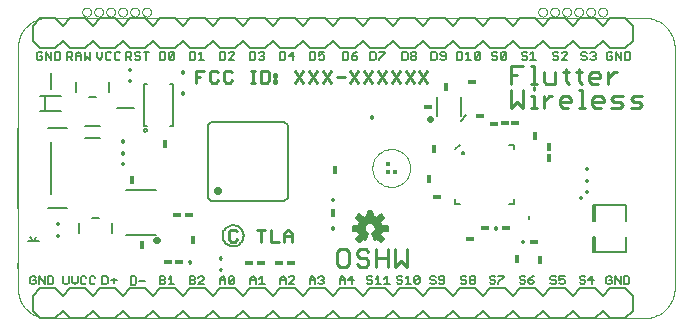
<source format=gto>
G75*
%MOIN*%
%OFA0B0*%
%FSLAX24Y24*%
%IPPOS*%
%LPD*%
%AMOC8*
5,1,8,0,0,1.08239X$1,22.5*
%
%ADD10C,0.0000*%
%ADD11R,0.0010X0.0010*%
%ADD12C,0.0110*%
%ADD13C,0.0050*%
%ADD14C,0.0100*%
%ADD15R,0.0280X0.0118*%
%ADD16R,0.0118X0.0280*%
%ADD17R,0.0100X0.0118*%
%ADD18C,0.0240*%
%ADD19C,0.0080*%
%ADD20C,0.0278*%
%ADD21C,0.0059*%
%ADD22R,0.0157X0.0157*%
D10*
X008945Y004015D02*
X008945Y012015D01*
X008947Y012075D01*
X008952Y012136D01*
X008961Y012195D01*
X008974Y012254D01*
X008990Y012313D01*
X009010Y012370D01*
X009033Y012425D01*
X009060Y012480D01*
X009089Y012532D01*
X009122Y012583D01*
X009158Y012632D01*
X009196Y012678D01*
X009238Y012722D01*
X009282Y012764D01*
X009328Y012802D01*
X009377Y012838D01*
X009428Y012871D01*
X009480Y012900D01*
X009535Y012927D01*
X009590Y012950D01*
X009647Y012970D01*
X009706Y012986D01*
X009765Y012999D01*
X009824Y013008D01*
X009885Y013013D01*
X009945Y013015D01*
X029845Y013015D01*
X028295Y013215D02*
X028297Y013239D01*
X028303Y013263D01*
X028312Y013285D01*
X028325Y013305D01*
X028341Y013323D01*
X028360Y013338D01*
X028381Y013351D01*
X028403Y013359D01*
X028427Y013364D01*
X028451Y013365D01*
X028475Y013362D01*
X028498Y013355D01*
X028520Y013345D01*
X028540Y013331D01*
X028557Y013314D01*
X028572Y013295D01*
X028583Y013274D01*
X028591Y013251D01*
X028595Y013227D01*
X028595Y013203D01*
X028591Y013179D01*
X028583Y013156D01*
X028572Y013135D01*
X028557Y013116D01*
X028540Y013099D01*
X028520Y013085D01*
X028498Y013075D01*
X028475Y013068D01*
X028451Y013065D01*
X028427Y013066D01*
X028403Y013071D01*
X028381Y013079D01*
X028360Y013092D01*
X028341Y013107D01*
X028325Y013125D01*
X028312Y013145D01*
X028303Y013167D01*
X028297Y013191D01*
X028295Y013215D01*
X027895Y013215D02*
X027897Y013239D01*
X027903Y013263D01*
X027912Y013285D01*
X027925Y013305D01*
X027941Y013323D01*
X027960Y013338D01*
X027981Y013351D01*
X028003Y013359D01*
X028027Y013364D01*
X028051Y013365D01*
X028075Y013362D01*
X028098Y013355D01*
X028120Y013345D01*
X028140Y013331D01*
X028157Y013314D01*
X028172Y013295D01*
X028183Y013274D01*
X028191Y013251D01*
X028195Y013227D01*
X028195Y013203D01*
X028191Y013179D01*
X028183Y013156D01*
X028172Y013135D01*
X028157Y013116D01*
X028140Y013099D01*
X028120Y013085D01*
X028098Y013075D01*
X028075Y013068D01*
X028051Y013065D01*
X028027Y013066D01*
X028003Y013071D01*
X027981Y013079D01*
X027960Y013092D01*
X027941Y013107D01*
X027925Y013125D01*
X027912Y013145D01*
X027903Y013167D01*
X027897Y013191D01*
X027895Y013215D01*
X027495Y013215D02*
X027497Y013239D01*
X027503Y013263D01*
X027512Y013285D01*
X027525Y013305D01*
X027541Y013323D01*
X027560Y013338D01*
X027581Y013351D01*
X027603Y013359D01*
X027627Y013364D01*
X027651Y013365D01*
X027675Y013362D01*
X027698Y013355D01*
X027720Y013345D01*
X027740Y013331D01*
X027757Y013314D01*
X027772Y013295D01*
X027783Y013274D01*
X027791Y013251D01*
X027795Y013227D01*
X027795Y013203D01*
X027791Y013179D01*
X027783Y013156D01*
X027772Y013135D01*
X027757Y013116D01*
X027740Y013099D01*
X027720Y013085D01*
X027698Y013075D01*
X027675Y013068D01*
X027651Y013065D01*
X027627Y013066D01*
X027603Y013071D01*
X027581Y013079D01*
X027560Y013092D01*
X027541Y013107D01*
X027525Y013125D01*
X027512Y013145D01*
X027503Y013167D01*
X027497Y013191D01*
X027495Y013215D01*
X027095Y013215D02*
X027097Y013239D01*
X027103Y013263D01*
X027112Y013285D01*
X027125Y013305D01*
X027141Y013323D01*
X027160Y013338D01*
X027181Y013351D01*
X027203Y013359D01*
X027227Y013364D01*
X027251Y013365D01*
X027275Y013362D01*
X027298Y013355D01*
X027320Y013345D01*
X027340Y013331D01*
X027357Y013314D01*
X027372Y013295D01*
X027383Y013274D01*
X027391Y013251D01*
X027395Y013227D01*
X027395Y013203D01*
X027391Y013179D01*
X027383Y013156D01*
X027372Y013135D01*
X027357Y013116D01*
X027340Y013099D01*
X027320Y013085D01*
X027298Y013075D01*
X027275Y013068D01*
X027251Y013065D01*
X027227Y013066D01*
X027203Y013071D01*
X027181Y013079D01*
X027160Y013092D01*
X027141Y013107D01*
X027125Y013125D01*
X027112Y013145D01*
X027103Y013167D01*
X027097Y013191D01*
X027095Y013215D01*
X026695Y013215D02*
X026697Y013239D01*
X026703Y013263D01*
X026712Y013285D01*
X026725Y013305D01*
X026741Y013323D01*
X026760Y013338D01*
X026781Y013351D01*
X026803Y013359D01*
X026827Y013364D01*
X026851Y013365D01*
X026875Y013362D01*
X026898Y013355D01*
X026920Y013345D01*
X026940Y013331D01*
X026957Y013314D01*
X026972Y013295D01*
X026983Y013274D01*
X026991Y013251D01*
X026995Y013227D01*
X026995Y013203D01*
X026991Y013179D01*
X026983Y013156D01*
X026972Y013135D01*
X026957Y013116D01*
X026940Y013099D01*
X026920Y013085D01*
X026898Y013075D01*
X026875Y013068D01*
X026851Y013065D01*
X026827Y013066D01*
X026803Y013071D01*
X026781Y013079D01*
X026760Y013092D01*
X026741Y013107D01*
X026725Y013125D01*
X026712Y013145D01*
X026703Y013167D01*
X026697Y013191D01*
X026695Y013215D01*
X026295Y013215D02*
X026297Y013239D01*
X026303Y013263D01*
X026312Y013285D01*
X026325Y013305D01*
X026341Y013323D01*
X026360Y013338D01*
X026381Y013351D01*
X026403Y013359D01*
X026427Y013364D01*
X026451Y013365D01*
X026475Y013362D01*
X026498Y013355D01*
X026520Y013345D01*
X026540Y013331D01*
X026557Y013314D01*
X026572Y013295D01*
X026583Y013274D01*
X026591Y013251D01*
X026595Y013227D01*
X026595Y013203D01*
X026591Y013179D01*
X026583Y013156D01*
X026572Y013135D01*
X026557Y013116D01*
X026540Y013099D01*
X026520Y013085D01*
X026498Y013075D01*
X026475Y013068D01*
X026451Y013065D01*
X026427Y013066D01*
X026403Y013071D01*
X026381Y013079D01*
X026360Y013092D01*
X026341Y013107D01*
X026325Y013125D01*
X026312Y013145D01*
X026303Y013167D01*
X026297Y013191D01*
X026295Y013215D01*
X029845Y013015D02*
X029905Y013013D01*
X029966Y013008D01*
X030025Y012999D01*
X030084Y012986D01*
X030143Y012970D01*
X030200Y012950D01*
X030255Y012927D01*
X030310Y012900D01*
X030362Y012871D01*
X030413Y012838D01*
X030462Y012802D01*
X030508Y012764D01*
X030552Y012722D01*
X030594Y012678D01*
X030632Y012632D01*
X030668Y012583D01*
X030701Y012532D01*
X030730Y012480D01*
X030757Y012425D01*
X030780Y012370D01*
X030800Y012313D01*
X030816Y012254D01*
X030829Y012195D01*
X030838Y012136D01*
X030843Y012075D01*
X030845Y012015D01*
X030845Y004015D01*
X030843Y003955D01*
X030838Y003894D01*
X030829Y003835D01*
X030816Y003776D01*
X030800Y003717D01*
X030780Y003660D01*
X030757Y003605D01*
X030730Y003550D01*
X030701Y003498D01*
X030668Y003447D01*
X030632Y003398D01*
X030594Y003352D01*
X030552Y003308D01*
X030508Y003266D01*
X030462Y003228D01*
X030413Y003192D01*
X030362Y003159D01*
X030310Y003130D01*
X030255Y003103D01*
X030200Y003080D01*
X030143Y003060D01*
X030084Y003044D01*
X030025Y003031D01*
X029966Y003022D01*
X029905Y003017D01*
X029845Y003015D01*
X009945Y003015D01*
X009885Y003017D01*
X009824Y003022D01*
X009765Y003031D01*
X009706Y003044D01*
X009647Y003060D01*
X009590Y003080D01*
X009535Y003103D01*
X009480Y003130D01*
X009428Y003159D01*
X009377Y003192D01*
X009328Y003228D01*
X009282Y003266D01*
X009238Y003308D01*
X009196Y003352D01*
X009158Y003398D01*
X009122Y003447D01*
X009089Y003498D01*
X009060Y003550D01*
X009033Y003605D01*
X009010Y003660D01*
X008990Y003717D01*
X008974Y003776D01*
X008961Y003835D01*
X008952Y003894D01*
X008947Y003955D01*
X008945Y004015D01*
X020765Y008015D02*
X020767Y008065D01*
X020773Y008115D01*
X020783Y008164D01*
X020797Y008212D01*
X020814Y008259D01*
X020835Y008304D01*
X020860Y008348D01*
X020888Y008389D01*
X020920Y008428D01*
X020954Y008465D01*
X020991Y008499D01*
X021031Y008529D01*
X021073Y008556D01*
X021117Y008580D01*
X021163Y008601D01*
X021210Y008617D01*
X021258Y008630D01*
X021308Y008639D01*
X021357Y008644D01*
X021408Y008645D01*
X021458Y008642D01*
X021507Y008635D01*
X021556Y008624D01*
X021604Y008609D01*
X021650Y008591D01*
X021695Y008569D01*
X021738Y008543D01*
X021779Y008514D01*
X021818Y008482D01*
X021854Y008447D01*
X021886Y008409D01*
X021916Y008369D01*
X021943Y008326D01*
X021966Y008282D01*
X021985Y008236D01*
X022001Y008188D01*
X022013Y008139D01*
X022021Y008090D01*
X022025Y008040D01*
X022025Y007990D01*
X022021Y007940D01*
X022013Y007891D01*
X022001Y007842D01*
X021985Y007794D01*
X021966Y007748D01*
X021943Y007704D01*
X021916Y007661D01*
X021886Y007621D01*
X021854Y007583D01*
X021818Y007548D01*
X021779Y007516D01*
X021738Y007487D01*
X021695Y007461D01*
X021650Y007439D01*
X021604Y007421D01*
X021556Y007406D01*
X021507Y007395D01*
X021458Y007388D01*
X021408Y007385D01*
X021357Y007386D01*
X021308Y007391D01*
X021258Y007400D01*
X021210Y007413D01*
X021163Y007429D01*
X021117Y007450D01*
X021073Y007474D01*
X021031Y007501D01*
X020991Y007531D01*
X020954Y007565D01*
X020920Y007602D01*
X020888Y007641D01*
X020860Y007682D01*
X020835Y007726D01*
X020814Y007771D01*
X020797Y007818D01*
X020783Y007866D01*
X020773Y007915D01*
X020767Y007965D01*
X020765Y008015D01*
X013095Y013215D02*
X013097Y013239D01*
X013103Y013263D01*
X013112Y013285D01*
X013125Y013305D01*
X013141Y013323D01*
X013160Y013338D01*
X013181Y013351D01*
X013203Y013359D01*
X013227Y013364D01*
X013251Y013365D01*
X013275Y013362D01*
X013298Y013355D01*
X013320Y013345D01*
X013340Y013331D01*
X013357Y013314D01*
X013372Y013295D01*
X013383Y013274D01*
X013391Y013251D01*
X013395Y013227D01*
X013395Y013203D01*
X013391Y013179D01*
X013383Y013156D01*
X013372Y013135D01*
X013357Y013116D01*
X013340Y013099D01*
X013320Y013085D01*
X013298Y013075D01*
X013275Y013068D01*
X013251Y013065D01*
X013227Y013066D01*
X013203Y013071D01*
X013181Y013079D01*
X013160Y013092D01*
X013141Y013107D01*
X013125Y013125D01*
X013112Y013145D01*
X013103Y013167D01*
X013097Y013191D01*
X013095Y013215D01*
X012695Y013215D02*
X012697Y013239D01*
X012703Y013263D01*
X012712Y013285D01*
X012725Y013305D01*
X012741Y013323D01*
X012760Y013338D01*
X012781Y013351D01*
X012803Y013359D01*
X012827Y013364D01*
X012851Y013365D01*
X012875Y013362D01*
X012898Y013355D01*
X012920Y013345D01*
X012940Y013331D01*
X012957Y013314D01*
X012972Y013295D01*
X012983Y013274D01*
X012991Y013251D01*
X012995Y013227D01*
X012995Y013203D01*
X012991Y013179D01*
X012983Y013156D01*
X012972Y013135D01*
X012957Y013116D01*
X012940Y013099D01*
X012920Y013085D01*
X012898Y013075D01*
X012875Y013068D01*
X012851Y013065D01*
X012827Y013066D01*
X012803Y013071D01*
X012781Y013079D01*
X012760Y013092D01*
X012741Y013107D01*
X012725Y013125D01*
X012712Y013145D01*
X012703Y013167D01*
X012697Y013191D01*
X012695Y013215D01*
X012295Y013215D02*
X012297Y013239D01*
X012303Y013263D01*
X012312Y013285D01*
X012325Y013305D01*
X012341Y013323D01*
X012360Y013338D01*
X012381Y013351D01*
X012403Y013359D01*
X012427Y013364D01*
X012451Y013365D01*
X012475Y013362D01*
X012498Y013355D01*
X012520Y013345D01*
X012540Y013331D01*
X012557Y013314D01*
X012572Y013295D01*
X012583Y013274D01*
X012591Y013251D01*
X012595Y013227D01*
X012595Y013203D01*
X012591Y013179D01*
X012583Y013156D01*
X012572Y013135D01*
X012557Y013116D01*
X012540Y013099D01*
X012520Y013085D01*
X012498Y013075D01*
X012475Y013068D01*
X012451Y013065D01*
X012427Y013066D01*
X012403Y013071D01*
X012381Y013079D01*
X012360Y013092D01*
X012341Y013107D01*
X012325Y013125D01*
X012312Y013145D01*
X012303Y013167D01*
X012297Y013191D01*
X012295Y013215D01*
X011895Y013215D02*
X011897Y013239D01*
X011903Y013263D01*
X011912Y013285D01*
X011925Y013305D01*
X011941Y013323D01*
X011960Y013338D01*
X011981Y013351D01*
X012003Y013359D01*
X012027Y013364D01*
X012051Y013365D01*
X012075Y013362D01*
X012098Y013355D01*
X012120Y013345D01*
X012140Y013331D01*
X012157Y013314D01*
X012172Y013295D01*
X012183Y013274D01*
X012191Y013251D01*
X012195Y013227D01*
X012195Y013203D01*
X012191Y013179D01*
X012183Y013156D01*
X012172Y013135D01*
X012157Y013116D01*
X012140Y013099D01*
X012120Y013085D01*
X012098Y013075D01*
X012075Y013068D01*
X012051Y013065D01*
X012027Y013066D01*
X012003Y013071D01*
X011981Y013079D01*
X011960Y013092D01*
X011941Y013107D01*
X011925Y013125D01*
X011912Y013145D01*
X011903Y013167D01*
X011897Y013191D01*
X011895Y013215D01*
X011495Y013215D02*
X011497Y013239D01*
X011503Y013263D01*
X011512Y013285D01*
X011525Y013305D01*
X011541Y013323D01*
X011560Y013338D01*
X011581Y013351D01*
X011603Y013359D01*
X011627Y013364D01*
X011651Y013365D01*
X011675Y013362D01*
X011698Y013355D01*
X011720Y013345D01*
X011740Y013331D01*
X011757Y013314D01*
X011772Y013295D01*
X011783Y013274D01*
X011791Y013251D01*
X011795Y013227D01*
X011795Y013203D01*
X011791Y013179D01*
X011783Y013156D01*
X011772Y013135D01*
X011757Y013116D01*
X011740Y013099D01*
X011720Y013085D01*
X011698Y013075D01*
X011675Y013068D01*
X011651Y013065D01*
X011627Y013066D01*
X011603Y013071D01*
X011581Y013079D01*
X011560Y013092D01*
X011541Y013107D01*
X011525Y013125D01*
X011512Y013145D01*
X011503Y013167D01*
X011497Y013191D01*
X011495Y013215D01*
X011095Y013215D02*
X011097Y013239D01*
X011103Y013263D01*
X011112Y013285D01*
X011125Y013305D01*
X011141Y013323D01*
X011160Y013338D01*
X011181Y013351D01*
X011203Y013359D01*
X011227Y013364D01*
X011251Y013365D01*
X011275Y013362D01*
X011298Y013355D01*
X011320Y013345D01*
X011340Y013331D01*
X011357Y013314D01*
X011372Y013295D01*
X011383Y013274D01*
X011391Y013251D01*
X011395Y013227D01*
X011395Y013203D01*
X011391Y013179D01*
X011383Y013156D01*
X011372Y013135D01*
X011357Y013116D01*
X011340Y013099D01*
X011320Y013085D01*
X011298Y013075D01*
X011275Y013068D01*
X011251Y013065D01*
X011227Y013066D01*
X011203Y013071D01*
X011181Y013079D01*
X011160Y013092D01*
X011141Y013107D01*
X011125Y013125D01*
X011112Y013145D01*
X011103Y013167D01*
X011097Y013191D01*
X011095Y013215D01*
D11*
X008940Y004800D03*
X008940Y004790D03*
X008940Y004780D03*
X008940Y004770D03*
X008940Y004760D03*
X008940Y004750D03*
X008940Y004740D03*
X008940Y004730D03*
X008940Y004720D03*
X008940Y004710D03*
X008940Y004700D03*
X008940Y004690D03*
X008940Y004680D03*
X008940Y004670D03*
X008940Y004660D03*
X008940Y004650D03*
D12*
X019600Y004818D02*
X019698Y004720D01*
X019895Y004720D01*
X019993Y004818D01*
X019993Y005212D01*
X019895Y005311D01*
X019698Y005311D01*
X019600Y005212D01*
X019600Y004818D01*
X020244Y004818D02*
X020343Y004720D01*
X020540Y004720D01*
X020638Y004818D01*
X020638Y004917D01*
X020540Y005015D01*
X020343Y005015D01*
X020244Y005114D01*
X020244Y005212D01*
X020343Y005311D01*
X020540Y005311D01*
X020638Y005212D01*
X020889Y005311D02*
X020889Y004720D01*
X020889Y005015D02*
X021283Y005015D01*
X021283Y004720D02*
X021283Y005311D01*
X021533Y005311D02*
X021533Y004720D01*
X021730Y004917D01*
X021927Y004720D01*
X021927Y005311D01*
X025400Y010020D02*
X025597Y010217D01*
X025793Y010020D01*
X025793Y010611D01*
X026044Y010414D02*
X026143Y010414D01*
X026143Y010020D01*
X026241Y010020D02*
X026044Y010020D01*
X026474Y010020D02*
X026474Y010414D01*
X026671Y010414D02*
X026769Y010414D01*
X026671Y010414D02*
X026474Y010217D01*
X027011Y010217D02*
X027405Y010217D01*
X027405Y010315D01*
X027306Y010414D01*
X027110Y010414D01*
X027011Y010315D01*
X027011Y010118D01*
X027110Y010020D01*
X027306Y010020D01*
X027656Y010020D02*
X027853Y010020D01*
X027754Y010020D02*
X027754Y010611D01*
X027656Y010611D01*
X027745Y010820D02*
X027647Y010918D01*
X027647Y011312D01*
X027745Y011214D02*
X027548Y011214D01*
X027315Y011214D02*
X027119Y011214D01*
X027217Y011312D02*
X027217Y010918D01*
X027315Y010820D01*
X026868Y010820D02*
X026868Y011214D01*
X026474Y011214D02*
X026474Y010918D01*
X026572Y010820D01*
X026868Y010820D01*
X026241Y010820D02*
X026044Y010820D01*
X026143Y010820D02*
X026143Y011411D01*
X026044Y011411D01*
X025793Y011411D02*
X025400Y011411D01*
X025400Y010820D01*
X025400Y010611D02*
X025400Y010020D01*
X026143Y010611D02*
X026143Y010709D01*
X025597Y011115D02*
X025400Y011115D01*
X027978Y011115D02*
X027978Y010918D01*
X028076Y010820D01*
X028273Y010820D01*
X028372Y011017D02*
X027978Y011017D01*
X027978Y011115D02*
X028076Y011214D01*
X028273Y011214D01*
X028372Y011115D01*
X028372Y011017D01*
X028623Y011017D02*
X028819Y011214D01*
X028918Y011214D01*
X028623Y011214D02*
X028623Y010820D01*
X028828Y010414D02*
X029124Y010414D01*
X029025Y010217D02*
X028828Y010217D01*
X028730Y010315D01*
X028828Y010414D01*
X029025Y010217D02*
X029124Y010118D01*
X029025Y010020D01*
X028730Y010020D01*
X028479Y010217D02*
X028085Y010217D01*
X028085Y010315D02*
X028184Y010414D01*
X028381Y010414D01*
X028479Y010315D01*
X028479Y010217D01*
X028381Y010020D02*
X028184Y010020D01*
X028085Y010118D01*
X028085Y010315D01*
X029375Y010315D02*
X029473Y010414D01*
X029768Y010414D01*
X029670Y010217D02*
X029473Y010217D01*
X029375Y010315D01*
X029375Y010020D02*
X029670Y010020D01*
X029768Y010118D01*
X029670Y010217D01*
D13*
X029310Y011620D02*
X029355Y011665D01*
X029355Y011845D01*
X029310Y011890D01*
X029175Y011890D01*
X029175Y011620D01*
X029310Y011620D01*
X029061Y011620D02*
X029061Y011890D01*
X028881Y011890D02*
X029061Y011620D01*
X028881Y011620D02*
X028881Y011890D01*
X028766Y011845D02*
X028721Y011890D01*
X028631Y011890D01*
X028586Y011845D01*
X028586Y011665D01*
X028631Y011620D01*
X028721Y011620D01*
X028766Y011665D01*
X028766Y011755D01*
X028676Y011755D01*
X028209Y011790D02*
X028209Y011835D01*
X028164Y011880D01*
X028074Y011880D01*
X028029Y011835D01*
X027914Y011835D02*
X027869Y011880D01*
X027779Y011880D01*
X027734Y011835D01*
X027734Y011790D01*
X027779Y011745D01*
X027869Y011745D01*
X027914Y011700D01*
X027914Y011655D01*
X027869Y011610D01*
X027779Y011610D01*
X027734Y011655D01*
X028029Y011655D02*
X028074Y011610D01*
X028164Y011610D01*
X028209Y011655D01*
X028209Y011700D01*
X028164Y011745D01*
X028119Y011745D01*
X028164Y011745D02*
X028209Y011790D01*
X027261Y011800D02*
X027261Y011845D01*
X027216Y011890D01*
X027126Y011890D01*
X027081Y011845D01*
X026966Y011845D02*
X026921Y011890D01*
X026831Y011890D01*
X026786Y011845D01*
X026786Y011800D01*
X026831Y011755D01*
X026921Y011755D01*
X026966Y011710D01*
X026966Y011665D01*
X026921Y011620D01*
X026831Y011620D01*
X026786Y011665D01*
X027081Y011620D02*
X027261Y011800D01*
X027261Y011620D02*
X027081Y011620D01*
X026219Y011620D02*
X026039Y011620D01*
X026129Y011620D02*
X026129Y011890D01*
X026039Y011800D01*
X025925Y011845D02*
X025880Y011890D01*
X025789Y011890D01*
X025744Y011845D01*
X025744Y011800D01*
X025789Y011755D01*
X025880Y011755D01*
X025925Y011710D01*
X025925Y011665D01*
X025880Y011620D01*
X025789Y011620D01*
X025744Y011665D01*
X025229Y011658D02*
X025229Y011838D01*
X025049Y011658D01*
X025094Y011613D01*
X025184Y011613D01*
X025229Y011658D01*
X025049Y011658D02*
X025049Y011838D01*
X025094Y011883D01*
X025184Y011883D01*
X025229Y011838D01*
X024935Y011838D02*
X024890Y011883D01*
X024800Y011883D01*
X024755Y011838D01*
X024755Y011793D01*
X024800Y011748D01*
X024890Y011748D01*
X024935Y011703D01*
X024935Y011658D01*
X024890Y011613D01*
X024800Y011613D01*
X024755Y011658D01*
X024355Y011665D02*
X024355Y011845D01*
X024175Y011665D01*
X024220Y011620D01*
X024310Y011620D01*
X024355Y011665D01*
X024175Y011665D02*
X024175Y011845D01*
X024220Y011890D01*
X024310Y011890D01*
X024355Y011845D01*
X024061Y011620D02*
X023881Y011620D01*
X023971Y011620D02*
X023971Y011890D01*
X023881Y011800D01*
X023766Y011845D02*
X023766Y011665D01*
X023721Y011620D01*
X023586Y011620D01*
X023586Y011890D01*
X023721Y011890D01*
X023766Y011845D01*
X023209Y011845D02*
X023209Y011665D01*
X023164Y011620D01*
X023074Y011620D01*
X023029Y011665D01*
X023074Y011755D02*
X023209Y011755D01*
X023209Y011845D02*
X023164Y011890D01*
X023074Y011890D01*
X023029Y011845D01*
X023029Y011800D01*
X023074Y011755D01*
X022914Y011665D02*
X022914Y011845D01*
X022869Y011890D01*
X022734Y011890D01*
X022734Y011620D01*
X022869Y011620D01*
X022914Y011665D01*
X022239Y011665D02*
X022194Y011620D01*
X022104Y011620D01*
X022059Y011665D01*
X022059Y011710D01*
X022104Y011755D01*
X022194Y011755D01*
X022239Y011710D01*
X022239Y011665D01*
X022194Y011755D02*
X022239Y011800D01*
X022239Y011845D01*
X022194Y011890D01*
X022104Y011890D01*
X022059Y011845D01*
X022059Y011800D01*
X022104Y011755D01*
X021944Y011665D02*
X021944Y011845D01*
X021899Y011890D01*
X021764Y011890D01*
X021764Y011620D01*
X021899Y011620D01*
X021944Y011665D01*
X021176Y011845D02*
X020996Y011665D01*
X020996Y011620D01*
X020882Y011665D02*
X020882Y011845D01*
X020837Y011890D01*
X020701Y011890D01*
X020701Y011620D01*
X020837Y011620D01*
X020882Y011665D01*
X020996Y011890D02*
X021176Y011890D01*
X021176Y011845D01*
X020255Y011890D02*
X020165Y011845D01*
X020075Y011755D01*
X020210Y011755D01*
X020255Y011710D01*
X020255Y011665D01*
X020210Y011620D01*
X020120Y011620D01*
X020075Y011665D01*
X020075Y011755D01*
X019961Y011665D02*
X019961Y011845D01*
X019916Y011890D01*
X019781Y011890D01*
X019781Y011620D01*
X019916Y011620D01*
X019961Y011665D01*
X019155Y011665D02*
X019110Y011620D01*
X019020Y011620D01*
X018975Y011665D01*
X018975Y011755D02*
X019065Y011800D01*
X019110Y011800D01*
X019155Y011755D01*
X019155Y011665D01*
X018975Y011755D02*
X018975Y011890D01*
X019155Y011890D01*
X018861Y011845D02*
X018816Y011890D01*
X018681Y011890D01*
X018681Y011620D01*
X018816Y011620D01*
X018861Y011665D01*
X018861Y011845D01*
X018155Y011755D02*
X017975Y011755D01*
X018110Y011890D01*
X018110Y011620D01*
X017861Y011665D02*
X017861Y011845D01*
X017816Y011890D01*
X017681Y011890D01*
X017681Y011620D01*
X017816Y011620D01*
X017861Y011665D01*
X017155Y011665D02*
X017110Y011620D01*
X017020Y011620D01*
X016975Y011665D01*
X016861Y011665D02*
X016861Y011845D01*
X016816Y011890D01*
X016681Y011890D01*
X016681Y011620D01*
X016816Y011620D01*
X016861Y011665D01*
X016975Y011845D02*
X017020Y011890D01*
X017110Y011890D01*
X017155Y011845D01*
X017155Y011800D01*
X017110Y011755D01*
X017155Y011710D01*
X017155Y011665D01*
X017110Y011755D02*
X017065Y011755D01*
X016155Y011800D02*
X016155Y011845D01*
X016110Y011890D01*
X016020Y011890D01*
X015975Y011845D01*
X015861Y011845D02*
X015861Y011665D01*
X015816Y011620D01*
X015681Y011620D01*
X015681Y011890D01*
X015816Y011890D01*
X015861Y011845D01*
X015975Y011620D02*
X016155Y011800D01*
X016155Y011620D02*
X015975Y011620D01*
X015155Y011620D02*
X014975Y011620D01*
X015065Y011620D02*
X015065Y011890D01*
X014975Y011800D01*
X014861Y011845D02*
X014861Y011665D01*
X014816Y011620D01*
X014681Y011620D01*
X014681Y011890D01*
X014816Y011890D01*
X014861Y011845D01*
X014155Y011845D02*
X013975Y011665D01*
X014020Y011620D01*
X014110Y011620D01*
X014155Y011665D01*
X014155Y011845D01*
X014110Y011890D01*
X014020Y011890D01*
X013975Y011845D01*
X013975Y011665D01*
X013861Y011665D02*
X013861Y011845D01*
X013816Y011890D01*
X013681Y011890D01*
X013681Y011620D01*
X013816Y011620D01*
X013861Y011665D01*
X013323Y011890D02*
X013143Y011890D01*
X013233Y011890D02*
X013233Y011620D01*
X013028Y011665D02*
X012983Y011620D01*
X012893Y011620D01*
X012848Y011665D01*
X012893Y011755D02*
X012983Y011755D01*
X013028Y011710D01*
X013028Y011665D01*
X012893Y011755D02*
X012848Y011800D01*
X012848Y011845D01*
X012893Y011890D01*
X012983Y011890D01*
X013028Y011845D01*
X012734Y011845D02*
X012734Y011755D01*
X012688Y011710D01*
X012553Y011710D01*
X012553Y011620D02*
X012553Y011890D01*
X012688Y011890D01*
X012734Y011845D01*
X012643Y011710D02*
X012734Y011620D01*
X012355Y011665D02*
X012310Y011620D01*
X012220Y011620D01*
X012175Y011665D01*
X012175Y011845D01*
X012220Y011890D01*
X012310Y011890D01*
X012355Y011845D01*
X012061Y011845D02*
X012016Y011890D01*
X011926Y011890D01*
X011881Y011845D01*
X011881Y011665D01*
X011926Y011620D01*
X012016Y011620D01*
X012061Y011665D01*
X011766Y011710D02*
X011766Y011890D01*
X011766Y011710D02*
X011676Y011620D01*
X011586Y011710D01*
X011586Y011890D01*
X011355Y011890D02*
X011355Y011620D01*
X011265Y011710D01*
X011175Y011620D01*
X011175Y011890D01*
X011061Y011800D02*
X011061Y011620D01*
X011061Y011755D02*
X010881Y011755D01*
X010881Y011800D02*
X010971Y011890D01*
X011061Y011800D01*
X010881Y011800D02*
X010881Y011620D01*
X010766Y011620D02*
X010676Y011710D01*
X010721Y011710D02*
X010586Y011710D01*
X010586Y011620D02*
X010586Y011890D01*
X010721Y011890D01*
X010766Y011845D01*
X010766Y011755D01*
X010721Y011710D01*
X010355Y011665D02*
X010355Y011845D01*
X010310Y011890D01*
X010175Y011890D01*
X010175Y011620D01*
X010310Y011620D01*
X010355Y011665D01*
X010061Y011620D02*
X010061Y011890D01*
X009881Y011890D02*
X009881Y011620D01*
X009766Y011665D02*
X009766Y011755D01*
X009676Y011755D01*
X009766Y011665D02*
X009721Y011620D01*
X009631Y011620D01*
X009586Y011665D01*
X009586Y011845D01*
X009631Y011890D01*
X009721Y011890D01*
X009766Y011845D01*
X009881Y011890D02*
X010061Y011620D01*
X010045Y011191D02*
X010045Y010639D01*
X012269Y010015D02*
X012820Y010015D01*
X013153Y009426D02*
X013251Y009426D01*
X013153Y009426D02*
X013153Y010804D01*
X013251Y010804D01*
X014039Y010804D02*
X014137Y010804D01*
X014137Y009426D01*
X014039Y009426D01*
X013153Y009278D02*
X013155Y009291D01*
X013160Y009303D01*
X013169Y009314D01*
X013179Y009322D01*
X013192Y009326D01*
X013205Y009327D01*
X013218Y009324D01*
X013230Y009318D01*
X013240Y009309D01*
X013247Y009298D01*
X013251Y009285D01*
X013251Y009271D01*
X013247Y009258D01*
X013240Y009247D01*
X013230Y009238D01*
X013218Y009232D01*
X013205Y009229D01*
X013192Y009230D01*
X013179Y009234D01*
X013169Y009242D01*
X013160Y009253D01*
X013155Y009265D01*
X013153Y009278D01*
X011695Y009415D02*
X011195Y009415D01*
X011195Y009015D02*
X011695Y009015D01*
X012558Y007280D02*
X013558Y007280D01*
X013558Y005780D02*
X012558Y005780D01*
X012712Y004400D02*
X012847Y004400D01*
X012892Y004355D01*
X012892Y004175D01*
X012847Y004130D01*
X012712Y004130D01*
X012712Y004400D01*
X013006Y004265D02*
X013186Y004265D01*
X013685Y004275D02*
X013820Y004275D01*
X013865Y004230D01*
X013865Y004185D01*
X013820Y004140D01*
X013685Y004140D01*
X013685Y004410D01*
X013820Y004410D01*
X013865Y004365D01*
X013865Y004320D01*
X013820Y004275D01*
X013980Y004320D02*
X014070Y004410D01*
X014070Y004140D01*
X013980Y004140D02*
X014160Y004140D01*
X014675Y004140D02*
X014675Y004410D01*
X014810Y004410D01*
X014855Y004365D01*
X014855Y004320D01*
X014810Y004275D01*
X014675Y004275D01*
X014810Y004275D02*
X014855Y004230D01*
X014855Y004185D01*
X014810Y004140D01*
X014675Y004140D01*
X014969Y004140D02*
X015149Y004320D01*
X015149Y004365D01*
X015104Y004410D01*
X015014Y004410D01*
X014969Y004365D01*
X014969Y004140D02*
X015149Y004140D01*
X015685Y004140D02*
X015685Y004320D01*
X015775Y004410D01*
X015865Y004320D01*
X015865Y004140D01*
X015980Y004185D02*
X016160Y004365D01*
X016160Y004185D01*
X016115Y004140D01*
X016025Y004140D01*
X015980Y004185D01*
X015980Y004365D01*
X016025Y004410D01*
X016115Y004410D01*
X016160Y004365D01*
X015865Y004275D02*
X015685Y004275D01*
X016706Y004275D02*
X016886Y004275D01*
X016886Y004320D02*
X016886Y004140D01*
X017001Y004140D02*
X017181Y004140D01*
X017091Y004140D02*
X017091Y004410D01*
X017001Y004320D01*
X016886Y004320D02*
X016796Y004410D01*
X016706Y004320D01*
X016706Y004140D01*
X017695Y004150D02*
X017695Y004331D01*
X017786Y004421D01*
X017876Y004331D01*
X017876Y004150D01*
X017990Y004150D02*
X018170Y004331D01*
X018170Y004376D01*
X018125Y004421D01*
X018035Y004421D01*
X017990Y004376D01*
X017876Y004286D02*
X017695Y004286D01*
X017990Y004150D02*
X018170Y004150D01*
X018675Y004140D02*
X018675Y004320D01*
X018765Y004410D01*
X018855Y004320D01*
X018855Y004140D01*
X018969Y004185D02*
X019014Y004140D01*
X019104Y004140D01*
X019149Y004185D01*
X019149Y004230D01*
X019104Y004275D01*
X019059Y004275D01*
X019104Y004275D02*
X019149Y004320D01*
X019149Y004365D01*
X019104Y004410D01*
X019014Y004410D01*
X018969Y004365D01*
X018855Y004275D02*
X018675Y004275D01*
X019675Y004275D02*
X019855Y004275D01*
X019855Y004320D02*
X019855Y004140D01*
X019969Y004275D02*
X020149Y004275D01*
X020104Y004140D02*
X020104Y004410D01*
X019969Y004275D01*
X019855Y004320D02*
X019765Y004410D01*
X019675Y004320D01*
X019675Y004140D01*
X020580Y004189D02*
X020625Y004143D01*
X020715Y004143D01*
X020760Y004189D01*
X020760Y004234D01*
X020715Y004279D01*
X020625Y004279D01*
X020580Y004324D01*
X020580Y004369D01*
X020625Y004414D01*
X020715Y004414D01*
X020760Y004369D01*
X020875Y004324D02*
X020965Y004414D01*
X020965Y004143D01*
X020875Y004143D02*
X021055Y004143D01*
X021169Y004143D02*
X021350Y004143D01*
X021260Y004143D02*
X021260Y004414D01*
X021169Y004324D01*
X021580Y004338D02*
X021625Y004293D01*
X021715Y004293D01*
X021760Y004248D01*
X021760Y004202D01*
X021715Y004157D01*
X021625Y004157D01*
X021580Y004202D01*
X021580Y004338D02*
X021580Y004383D01*
X021625Y004428D01*
X021715Y004428D01*
X021760Y004383D01*
X021875Y004338D02*
X021965Y004428D01*
X021965Y004157D01*
X021875Y004157D02*
X022055Y004157D01*
X022169Y004202D02*
X022214Y004157D01*
X022305Y004157D01*
X022350Y004202D01*
X022350Y004383D01*
X022169Y004202D01*
X022169Y004383D01*
X022214Y004428D01*
X022305Y004428D01*
X022350Y004383D01*
X022695Y004376D02*
X022695Y004331D01*
X022740Y004286D01*
X022831Y004286D01*
X022876Y004241D01*
X022876Y004196D01*
X022831Y004150D01*
X022740Y004150D01*
X022695Y004196D01*
X022695Y004376D02*
X022740Y004421D01*
X022831Y004421D01*
X022876Y004376D01*
X022990Y004376D02*
X022990Y004331D01*
X023035Y004286D01*
X023170Y004286D01*
X023170Y004376D02*
X023125Y004421D01*
X023035Y004421D01*
X022990Y004376D01*
X023170Y004376D02*
X023170Y004196D01*
X023125Y004150D01*
X023035Y004150D01*
X022990Y004196D01*
X023716Y004196D02*
X023761Y004150D01*
X023852Y004150D01*
X023897Y004196D01*
X023897Y004241D01*
X023852Y004286D01*
X023761Y004286D01*
X023716Y004331D01*
X023716Y004376D01*
X023761Y004421D01*
X023852Y004421D01*
X023897Y004376D01*
X024011Y004376D02*
X024011Y004331D01*
X024056Y004286D01*
X024146Y004286D01*
X024191Y004241D01*
X024191Y004196D01*
X024146Y004150D01*
X024056Y004150D01*
X024011Y004196D01*
X024011Y004241D01*
X024056Y004286D01*
X024146Y004286D02*
X024191Y004331D01*
X024191Y004376D01*
X024146Y004421D01*
X024056Y004421D01*
X024011Y004376D01*
X024675Y004386D02*
X024675Y004341D01*
X024720Y004296D01*
X024810Y004296D01*
X024855Y004251D01*
X024855Y004206D01*
X024810Y004161D01*
X024720Y004161D01*
X024675Y004206D01*
X024675Y004386D02*
X024720Y004431D01*
X024810Y004431D01*
X024855Y004386D01*
X024969Y004431D02*
X025149Y004431D01*
X025149Y004386D01*
X024969Y004206D01*
X024969Y004161D01*
X025675Y004206D02*
X025720Y004161D01*
X025810Y004161D01*
X025855Y004206D01*
X025855Y004251D01*
X025810Y004296D01*
X025720Y004296D01*
X025675Y004341D01*
X025675Y004386D01*
X025720Y004431D01*
X025810Y004431D01*
X025855Y004386D01*
X025969Y004296D02*
X026104Y004296D01*
X026149Y004251D01*
X026149Y004206D01*
X026104Y004161D01*
X026014Y004161D01*
X025969Y004206D01*
X025969Y004296D01*
X026059Y004386D01*
X026149Y004431D01*
X026706Y004376D02*
X026706Y004331D01*
X026751Y004286D01*
X026841Y004286D01*
X026886Y004241D01*
X026886Y004196D01*
X026841Y004150D01*
X026751Y004150D01*
X026706Y004196D01*
X026706Y004376D02*
X026751Y004421D01*
X026841Y004421D01*
X026886Y004376D01*
X027001Y004421D02*
X027001Y004286D01*
X027091Y004331D01*
X027136Y004331D01*
X027181Y004286D01*
X027181Y004196D01*
X027136Y004150D01*
X027046Y004150D01*
X027001Y004196D01*
X027001Y004421D02*
X027181Y004421D01*
X027675Y004386D02*
X027675Y004341D01*
X027720Y004296D01*
X027810Y004296D01*
X027855Y004251D01*
X027855Y004206D01*
X027810Y004161D01*
X027720Y004161D01*
X027675Y004206D01*
X027675Y004386D02*
X027720Y004431D01*
X027810Y004431D01*
X027855Y004386D01*
X027969Y004296D02*
X028149Y004296D01*
X028104Y004161D02*
X028104Y004431D01*
X027969Y004296D01*
X028570Y004365D02*
X028570Y004185D01*
X028615Y004140D01*
X028705Y004140D01*
X028750Y004185D01*
X028750Y004275D01*
X028660Y004275D01*
X028750Y004365D02*
X028705Y004410D01*
X028615Y004410D01*
X028570Y004365D01*
X028864Y004410D02*
X029045Y004140D01*
X029045Y004410D01*
X029159Y004410D02*
X029159Y004140D01*
X029294Y004140D01*
X029339Y004185D01*
X029339Y004365D01*
X029294Y004410D01*
X029159Y004410D01*
X028864Y004410D02*
X028864Y004140D01*
X029212Y005202D02*
X028189Y005202D01*
X028110Y005202D01*
X028110Y005714D01*
X028189Y005714D01*
X028189Y005202D01*
X028149Y005202D02*
X028149Y005714D01*
X028149Y006265D02*
X028149Y006777D01*
X028110Y006777D02*
X028189Y006777D01*
X028189Y006265D01*
X028110Y006265D01*
X028110Y006777D01*
X028189Y006777D02*
X029212Y006777D01*
X029212Y006265D01*
X029212Y005714D02*
X029212Y005202D01*
X025489Y006821D02*
X025489Y006978D01*
X025489Y006821D02*
X025332Y006821D01*
X023678Y006821D02*
X023521Y006821D01*
X023521Y006978D01*
X023757Y008514D02*
X023759Y008526D01*
X023764Y008537D01*
X023773Y008546D01*
X023784Y008551D01*
X023796Y008553D01*
X023808Y008551D01*
X023819Y008546D01*
X023828Y008537D01*
X023833Y008526D01*
X023835Y008514D01*
X023833Y008502D01*
X023828Y008491D01*
X023819Y008482D01*
X023808Y008477D01*
X023796Y008475D01*
X023784Y008477D01*
X023773Y008482D01*
X023764Y008491D01*
X023759Y008502D01*
X023757Y008514D01*
X023521Y008632D02*
X023678Y008789D01*
X023709Y009573D02*
X023905Y009770D01*
X023709Y009750D02*
X023709Y010380D01*
X022921Y010380D02*
X022921Y009750D01*
X025332Y008789D02*
X025489Y008789D01*
X025489Y008632D01*
X015775Y005755D02*
X015777Y005792D01*
X015783Y005829D01*
X015793Y005865D01*
X015806Y005900D01*
X015823Y005933D01*
X015844Y005964D01*
X015868Y005992D01*
X015895Y006018D01*
X015924Y006041D01*
X015955Y006061D01*
X015989Y006077D01*
X016024Y006090D01*
X016060Y006099D01*
X016097Y006104D01*
X016134Y006105D01*
X016171Y006102D01*
X016208Y006095D01*
X016244Y006084D01*
X016278Y006070D01*
X016311Y006052D01*
X016341Y006030D01*
X016369Y006006D01*
X016394Y005978D01*
X016417Y005948D01*
X016436Y005916D01*
X016451Y005882D01*
X016463Y005847D01*
X016471Y005811D01*
X016475Y005774D01*
X016475Y005736D01*
X016471Y005699D01*
X016463Y005663D01*
X016451Y005628D01*
X016436Y005594D01*
X016417Y005562D01*
X016394Y005532D01*
X016369Y005504D01*
X016341Y005480D01*
X016311Y005458D01*
X016278Y005440D01*
X016244Y005426D01*
X016208Y005415D01*
X016171Y005408D01*
X016134Y005405D01*
X016097Y005406D01*
X016060Y005411D01*
X016024Y005420D01*
X015989Y005433D01*
X015955Y005449D01*
X015924Y005469D01*
X015895Y005492D01*
X015868Y005518D01*
X015844Y005546D01*
X015823Y005577D01*
X015806Y005610D01*
X015793Y005645D01*
X015783Y005681D01*
X015777Y005718D01*
X015775Y005755D01*
X012245Y004275D02*
X012064Y004275D01*
X012155Y004365D02*
X012155Y004185D01*
X011950Y004185D02*
X011950Y004365D01*
X011905Y004410D01*
X011770Y004410D01*
X011770Y004140D01*
X011905Y004140D01*
X011950Y004185D01*
X011534Y004185D02*
X011489Y004140D01*
X011399Y004140D01*
X011354Y004185D01*
X011354Y004365D01*
X011399Y004410D01*
X011489Y004410D01*
X011534Y004365D01*
X011239Y004365D02*
X011194Y004410D01*
X011104Y004410D01*
X011059Y004365D01*
X011059Y004185D01*
X011104Y004140D01*
X011194Y004140D01*
X011239Y004185D01*
X010945Y004230D02*
X010945Y004410D01*
X010945Y004230D02*
X010855Y004140D01*
X010764Y004230D01*
X010764Y004410D01*
X010650Y004410D02*
X010650Y004185D01*
X010605Y004140D01*
X010515Y004140D01*
X010470Y004185D01*
X010470Y004410D01*
X010139Y004365D02*
X010139Y004185D01*
X010094Y004140D01*
X009959Y004140D01*
X009959Y004410D01*
X010094Y004410D01*
X010139Y004365D01*
X009845Y004410D02*
X009845Y004140D01*
X009664Y004410D01*
X009664Y004140D01*
X009550Y004185D02*
X009550Y004275D01*
X009460Y004275D01*
X009550Y004185D02*
X009505Y004140D01*
X009415Y004140D01*
X009370Y004185D01*
X009370Y004365D01*
X009415Y004410D01*
X009505Y004410D01*
X009550Y004365D01*
D14*
X010246Y005767D02*
X010248Y005775D01*
X010253Y005782D01*
X010260Y005786D01*
X010268Y005787D01*
X010276Y005784D01*
X010282Y005779D01*
X010286Y005771D01*
X010286Y005763D01*
X010282Y005755D01*
X010276Y005750D01*
X010268Y005747D01*
X010260Y005748D01*
X010253Y005752D01*
X010248Y005759D01*
X010246Y005767D01*
X010244Y006166D02*
X010246Y006174D01*
X010251Y006181D01*
X010258Y006185D01*
X010266Y006186D01*
X010274Y006183D01*
X010280Y006178D01*
X010284Y006170D01*
X010284Y006162D01*
X010280Y006154D01*
X010274Y006149D01*
X010266Y006146D01*
X010258Y006147D01*
X010251Y006151D01*
X010246Y006158D01*
X010244Y006166D01*
X012425Y008165D02*
X012427Y008173D01*
X012432Y008180D01*
X012439Y008184D01*
X012447Y008185D01*
X012455Y008182D01*
X012461Y008177D01*
X012465Y008169D01*
X012465Y008161D01*
X012461Y008153D01*
X012455Y008148D01*
X012447Y008145D01*
X012439Y008146D01*
X012432Y008150D01*
X012427Y008157D01*
X012425Y008165D01*
X012425Y008515D02*
X012427Y008523D01*
X012432Y008530D01*
X012439Y008534D01*
X012447Y008535D01*
X012455Y008532D01*
X012461Y008527D01*
X012465Y008519D01*
X012465Y008511D01*
X012461Y008503D01*
X012455Y008498D01*
X012447Y008495D01*
X012439Y008496D01*
X012432Y008500D01*
X012427Y008507D01*
X012425Y008515D01*
X012425Y008915D02*
X012427Y008923D01*
X012432Y008930D01*
X012439Y008934D01*
X012447Y008935D01*
X012455Y008932D01*
X012461Y008927D01*
X012465Y008919D01*
X012465Y008911D01*
X012461Y008903D01*
X012455Y008898D01*
X012447Y008895D01*
X012439Y008896D01*
X012432Y008900D01*
X012427Y008907D01*
X012425Y008915D01*
X014425Y010515D02*
X014427Y010523D01*
X014432Y010530D01*
X014439Y010534D01*
X014447Y010535D01*
X014455Y010532D01*
X014461Y010527D01*
X014465Y010519D01*
X014465Y010511D01*
X014461Y010503D01*
X014455Y010498D01*
X014447Y010495D01*
X014439Y010496D01*
X014432Y010500D01*
X014427Y010507D01*
X014425Y010515D01*
X014895Y010865D02*
X014895Y011265D01*
X015162Y011265D01*
X015355Y011199D02*
X015355Y010932D01*
X015422Y010865D01*
X015555Y010865D01*
X015622Y010932D01*
X015816Y010932D02*
X015882Y010865D01*
X016016Y010865D01*
X016082Y010932D01*
X015816Y010932D02*
X015816Y011199D01*
X015882Y011265D01*
X016016Y011265D01*
X016082Y011199D01*
X015622Y011199D02*
X015555Y011265D01*
X015422Y011265D01*
X015355Y011199D01*
X015028Y011065D02*
X014895Y011065D01*
X014425Y011215D02*
X014427Y011223D01*
X014432Y011230D01*
X014439Y011234D01*
X014447Y011235D01*
X014455Y011232D01*
X014461Y011227D01*
X014465Y011219D01*
X014465Y011211D01*
X014461Y011203D01*
X014455Y011198D01*
X014447Y011195D01*
X014439Y011196D01*
X014432Y011200D01*
X014427Y011207D01*
X014425Y011215D01*
X012665Y011288D02*
X012667Y011296D01*
X012672Y011303D01*
X012679Y011307D01*
X012687Y011308D01*
X012695Y011305D01*
X012701Y011300D01*
X012705Y011292D01*
X012705Y011284D01*
X012701Y011276D01*
X012695Y011271D01*
X012687Y011268D01*
X012679Y011269D01*
X012672Y011273D01*
X012667Y011280D01*
X012665Y011288D01*
X012665Y010940D02*
X012667Y010948D01*
X012672Y010955D01*
X012679Y010959D01*
X012687Y010960D01*
X012695Y010957D01*
X012701Y010952D01*
X012705Y010944D01*
X012705Y010936D01*
X012701Y010928D01*
X012695Y010923D01*
X012687Y010920D01*
X012679Y010921D01*
X012672Y010925D01*
X012667Y010932D01*
X012665Y010940D01*
X016736Y010865D02*
X016870Y010865D01*
X016803Y010865D02*
X016803Y011265D01*
X016736Y011265D02*
X016870Y011265D01*
X017043Y011265D02*
X017243Y011265D01*
X017310Y011199D01*
X017310Y010932D01*
X017243Y010865D01*
X017043Y010865D01*
X017043Y011265D01*
X017504Y011132D02*
X017504Y011065D01*
X017570Y011065D01*
X017570Y011132D01*
X017504Y011132D01*
X017504Y010932D02*
X017504Y010865D01*
X017570Y010865D01*
X017570Y010932D01*
X017504Y010932D01*
X018194Y010865D02*
X018461Y011265D01*
X018655Y011265D02*
X018922Y010865D01*
X019115Y010865D02*
X019382Y011265D01*
X019115Y011265D02*
X019382Y010865D01*
X019575Y011065D02*
X019842Y011065D01*
X020036Y010865D02*
X020303Y011265D01*
X020496Y011265D02*
X020763Y010865D01*
X020957Y010865D02*
X021224Y011265D01*
X021417Y011265D02*
X021684Y010865D01*
X021877Y010865D02*
X022144Y011265D01*
X022338Y011265D02*
X022605Y010865D01*
X022338Y010865D02*
X022605Y011265D01*
X022144Y010865D02*
X021877Y011265D01*
X021684Y011265D02*
X021417Y010865D01*
X021224Y010865D02*
X020957Y011265D01*
X020763Y011265D02*
X020496Y010865D01*
X020303Y010865D02*
X020036Y011265D01*
X018922Y011265D02*
X018655Y010865D01*
X018461Y010865D02*
X018194Y011265D01*
X020725Y009715D02*
X020727Y009723D01*
X020732Y009730D01*
X020739Y009734D01*
X020747Y009735D01*
X020755Y009732D01*
X020761Y009727D01*
X020765Y009719D01*
X020765Y009711D01*
X020761Y009703D01*
X020755Y009698D01*
X020747Y009695D01*
X020739Y009696D01*
X020732Y009700D01*
X020727Y009707D01*
X020725Y009715D01*
X019425Y006965D02*
X019427Y006973D01*
X019432Y006980D01*
X019439Y006984D01*
X019447Y006985D01*
X019455Y006982D01*
X019461Y006977D01*
X019465Y006969D01*
X019465Y006961D01*
X019461Y006953D01*
X019455Y006948D01*
X019447Y006945D01*
X019439Y006946D01*
X019432Y006950D01*
X019427Y006957D01*
X019425Y006965D01*
X019425Y006015D02*
X019427Y006023D01*
X019432Y006030D01*
X019439Y006034D01*
X019447Y006035D01*
X019455Y006032D01*
X019461Y006027D01*
X019465Y006019D01*
X019465Y006011D01*
X019461Y006003D01*
X019455Y005998D01*
X019447Y005995D01*
X019439Y005996D01*
X019432Y006000D01*
X019427Y006007D01*
X019425Y006015D01*
X018103Y005832D02*
X018103Y005565D01*
X018103Y005765D02*
X017836Y005765D01*
X017836Y005832D02*
X017970Y005965D01*
X018103Y005832D01*
X017836Y005832D02*
X017836Y005565D01*
X017643Y005565D02*
X017376Y005565D01*
X017376Y005965D01*
X017182Y005965D02*
X016916Y005965D01*
X017049Y005965D02*
X017049Y005565D01*
X016262Y005632D02*
X016195Y005565D01*
X016062Y005565D01*
X015995Y005632D01*
X015995Y005899D01*
X016062Y005965D01*
X016195Y005965D01*
X016262Y005899D01*
X015675Y005015D02*
X015677Y005023D01*
X015682Y005030D01*
X015689Y005034D01*
X015697Y005035D01*
X015705Y005032D01*
X015711Y005027D01*
X015715Y005019D01*
X015715Y005011D01*
X015711Y005003D01*
X015705Y004998D01*
X015697Y004995D01*
X015689Y004996D01*
X015682Y005000D01*
X015677Y005007D01*
X015675Y005015D01*
X015675Y004645D02*
X015677Y004653D01*
X015682Y004660D01*
X015689Y004664D01*
X015697Y004665D01*
X015705Y004662D01*
X015711Y004657D01*
X015715Y004649D01*
X015715Y004641D01*
X015711Y004633D01*
X015705Y004628D01*
X015697Y004625D01*
X015689Y004626D01*
X015682Y004630D01*
X015677Y004637D01*
X015675Y004645D01*
X014656Y004885D02*
X014658Y004893D01*
X014663Y004900D01*
X014670Y004904D01*
X014678Y004905D01*
X014686Y004902D01*
X014692Y004897D01*
X014696Y004889D01*
X014696Y004881D01*
X014692Y004873D01*
X014686Y004868D01*
X014678Y004865D01*
X014670Y004866D01*
X014663Y004870D01*
X014658Y004877D01*
X014656Y004885D01*
X024845Y006015D02*
X024847Y006023D01*
X024852Y006030D01*
X024859Y006034D01*
X024867Y006035D01*
X024875Y006032D01*
X024881Y006027D01*
X024885Y006019D01*
X024885Y006011D01*
X024881Y006003D01*
X024875Y005998D01*
X024867Y005995D01*
X024859Y005996D01*
X024852Y006000D01*
X024847Y006007D01*
X024845Y006015D01*
X025765Y005565D02*
X025767Y005573D01*
X025772Y005580D01*
X025779Y005584D01*
X025787Y005585D01*
X025795Y005582D01*
X025801Y005577D01*
X025805Y005569D01*
X025805Y005561D01*
X025801Y005553D01*
X025795Y005548D01*
X025787Y005545D01*
X025779Y005546D01*
X025772Y005550D01*
X025767Y005557D01*
X025765Y005565D01*
X027687Y007025D02*
X027689Y007033D01*
X027694Y007040D01*
X027701Y007044D01*
X027709Y007045D01*
X027717Y007042D01*
X027723Y007037D01*
X027727Y007029D01*
X027727Y007021D01*
X027723Y007013D01*
X027717Y007008D01*
X027709Y007005D01*
X027701Y007006D01*
X027694Y007010D01*
X027689Y007017D01*
X027687Y007025D01*
X027885Y007222D02*
X027887Y007230D01*
X027892Y007237D01*
X027899Y007241D01*
X027907Y007242D01*
X027915Y007239D01*
X027921Y007234D01*
X027925Y007226D01*
X027925Y007218D01*
X027921Y007210D01*
X027915Y007205D01*
X027907Y007202D01*
X027899Y007203D01*
X027892Y007207D01*
X027887Y007214D01*
X027885Y007222D01*
X027885Y007609D02*
X027887Y007617D01*
X027892Y007624D01*
X027899Y007628D01*
X027907Y007629D01*
X027915Y007626D01*
X027921Y007621D01*
X027925Y007613D01*
X027925Y007605D01*
X027921Y007597D01*
X027915Y007592D01*
X027907Y007589D01*
X027899Y007590D01*
X027892Y007594D01*
X027887Y007601D01*
X027885Y007609D01*
X027886Y008009D02*
X027888Y008017D01*
X027893Y008024D01*
X027900Y008028D01*
X027908Y008029D01*
X027916Y008026D01*
X027922Y008021D01*
X027926Y008013D01*
X027926Y008005D01*
X027922Y007997D01*
X027916Y007992D01*
X027908Y007989D01*
X027900Y007990D01*
X027893Y007994D01*
X027888Y008001D01*
X027886Y008009D01*
D15*
X025535Y009505D03*
X025195Y009505D03*
X024835Y009495D03*
X024355Y009745D03*
X022625Y010045D03*
X024105Y010885D03*
X022915Y007065D03*
X024525Y006025D03*
X025225Y006025D03*
X026145Y005565D03*
X024015Y005655D03*
X018045Y004865D03*
X017645Y004865D03*
X017045Y004865D03*
X016645Y004865D03*
X014320Y004882D03*
X013954Y004879D03*
X014252Y006465D03*
X014645Y006465D03*
D16*
X014795Y005615D03*
X013094Y005432D03*
X012749Y007601D03*
X013845Y008815D03*
X019526Y007962D03*
X019446Y006514D03*
X022655Y007646D03*
X022835Y008655D03*
X026185Y009075D03*
X026665Y008715D03*
X026665Y008345D03*
X023215Y010705D03*
X025585Y004975D03*
X026355Y004965D03*
D17*
X025975Y006355D03*
D18*
X022680Y009643D02*
X022682Y009648D01*
X022686Y009652D01*
X022691Y009653D01*
X022697Y009651D01*
X022700Y009646D01*
X022700Y009640D01*
X022697Y009635D01*
X022691Y009633D01*
X022686Y009634D01*
X022682Y009638D01*
X022680Y009643D01*
X013568Y005610D02*
X013570Y005615D01*
X013574Y005619D01*
X013579Y005620D01*
X013585Y005618D01*
X013588Y005613D01*
X013588Y005607D01*
X013585Y005602D01*
X013579Y005600D01*
X013574Y005601D01*
X013570Y005605D01*
X013568Y005610D01*
D19*
X012105Y005846D02*
X012105Y006184D01*
X011650Y006334D02*
X011439Y006334D01*
X010985Y006184D02*
X010985Y005846D01*
X009644Y005592D02*
X009463Y005592D01*
X009371Y005714D01*
X009282Y005592D02*
X009463Y005592D01*
X009473Y005598D02*
X009549Y005714D01*
X009968Y006676D02*
X010598Y006676D01*
X010047Y007149D02*
X010047Y008881D01*
X009968Y009354D02*
X010598Y009354D01*
X010399Y009909D02*
X009848Y009909D01*
X009848Y010421D01*
X010399Y010421D01*
X010885Y010546D02*
X010885Y010884D01*
X011339Y010396D02*
X011550Y010396D01*
X012005Y010546D02*
X012005Y010884D01*
X012195Y012015D02*
X011695Y012015D01*
X011445Y012265D01*
X011195Y012015D01*
X010695Y012015D01*
X010445Y012265D01*
X010195Y012015D01*
X009695Y012015D01*
X009445Y012265D01*
X009445Y012765D01*
X009695Y013015D01*
X010195Y013015D01*
X010445Y012765D01*
X010695Y013015D01*
X011195Y013015D01*
X011445Y012765D01*
X011695Y013015D01*
X012195Y013015D01*
X012445Y012765D01*
X012695Y013015D01*
X013195Y013015D01*
X013445Y012765D01*
X013695Y013015D01*
X014195Y013015D01*
X014445Y012765D01*
X014695Y013015D01*
X015195Y013015D01*
X015445Y012765D01*
X015695Y013015D01*
X016195Y013015D01*
X016445Y012765D01*
X016695Y013015D01*
X017195Y013015D01*
X017445Y012765D01*
X017695Y013015D01*
X018195Y013015D01*
X018445Y012765D01*
X018695Y013015D01*
X019195Y013015D01*
X019445Y012765D01*
X019695Y013015D01*
X020195Y013015D01*
X020445Y012765D01*
X020695Y013015D01*
X021195Y013015D01*
X021445Y012765D01*
X021695Y013015D01*
X022195Y013015D01*
X022445Y012765D01*
X022695Y013015D01*
X023195Y013015D01*
X023445Y012765D01*
X023695Y013015D01*
X024195Y013015D01*
X024445Y012765D01*
X024695Y013015D01*
X025195Y013015D01*
X025445Y012765D01*
X025695Y013015D01*
X026195Y013015D01*
X026445Y012765D01*
X026695Y013015D01*
X027195Y013015D01*
X027445Y012765D01*
X027695Y013015D01*
X028195Y013015D01*
X028445Y012765D01*
X028695Y013015D01*
X029195Y013015D01*
X029445Y012765D01*
X029445Y012265D01*
X029195Y012015D01*
X028695Y012015D01*
X028445Y012265D01*
X028195Y012015D01*
X027695Y012015D01*
X027445Y012265D01*
X027195Y012015D01*
X026695Y012015D01*
X026445Y012265D01*
X026195Y012015D01*
X025695Y012015D01*
X025445Y012265D01*
X025195Y012015D01*
X024695Y012015D01*
X024445Y012265D01*
X024195Y012015D01*
X023695Y012015D01*
X023445Y012265D01*
X023195Y012015D01*
X022695Y012015D01*
X022445Y012265D01*
X022195Y012015D01*
X021695Y012015D01*
X021445Y012265D01*
X021195Y012015D01*
X020695Y012015D01*
X020445Y012265D01*
X020195Y012015D01*
X019695Y012015D01*
X019445Y012265D01*
X019195Y012015D01*
X018695Y012015D01*
X018445Y012265D01*
X018195Y012015D01*
X017695Y012015D01*
X017445Y012265D01*
X017195Y012015D01*
X016695Y012015D01*
X016445Y012265D01*
X016195Y012015D01*
X015695Y012015D01*
X015445Y012265D01*
X015195Y012015D01*
X014695Y012015D01*
X014445Y012265D01*
X014195Y012015D01*
X013695Y012015D01*
X013445Y012265D01*
X013195Y012015D01*
X012695Y012015D01*
X012445Y012265D01*
X012195Y012015D01*
X009848Y010421D02*
X009690Y010421D01*
X009690Y009909D02*
X009848Y009909D01*
X008945Y009354D02*
X008945Y006676D01*
X009695Y004015D02*
X009445Y003765D01*
X009445Y003265D01*
X009695Y003015D01*
X010195Y003015D01*
X010445Y003265D01*
X010695Y003015D01*
X011195Y003015D01*
X011445Y003265D01*
X011695Y003015D01*
X012195Y003015D01*
X012445Y003265D01*
X012695Y003015D01*
X013195Y003015D01*
X013445Y003265D01*
X013695Y003015D01*
X014195Y003015D01*
X014445Y003265D01*
X014695Y003015D01*
X015195Y003015D01*
X015445Y003265D01*
X015695Y003015D01*
X016195Y003015D01*
X016445Y003265D01*
X016695Y003015D01*
X017195Y003015D01*
X017445Y003265D01*
X017695Y003015D01*
X018195Y003015D01*
X018445Y003265D01*
X018695Y003015D01*
X019195Y003015D01*
X019445Y003265D01*
X019695Y003015D01*
X020195Y003015D01*
X020445Y003265D01*
X020695Y003015D01*
X021195Y003015D01*
X021445Y003265D01*
X021695Y003015D01*
X022195Y003015D01*
X022445Y003265D01*
X022695Y003015D01*
X023195Y003015D01*
X023445Y003265D01*
X023695Y003015D01*
X024195Y003015D01*
X024445Y003265D01*
X024695Y003015D01*
X025195Y003015D01*
X025445Y003265D01*
X025695Y003015D01*
X026195Y003015D01*
X026445Y003265D01*
X026695Y003015D01*
X027195Y003015D01*
X027445Y003265D01*
X027695Y003015D01*
X028195Y003015D01*
X028445Y003265D01*
X028695Y003015D01*
X029195Y003015D01*
X029445Y003265D01*
X029445Y003765D01*
X029195Y004015D01*
X028695Y004015D01*
X028445Y003765D01*
X028195Y004015D01*
X027695Y004015D01*
X027445Y003765D01*
X027195Y004015D01*
X026695Y004015D01*
X026445Y003765D01*
X026195Y004015D01*
X025695Y004015D01*
X025445Y003765D01*
X025195Y004015D01*
X024695Y004015D01*
X024445Y003765D01*
X024195Y004015D01*
X023695Y004015D01*
X023445Y003765D01*
X023195Y004015D01*
X022695Y004015D01*
X022445Y003765D01*
X022195Y004015D01*
X021695Y004015D01*
X021445Y003765D01*
X021195Y004015D01*
X020695Y004015D01*
X020445Y003765D01*
X020195Y004015D01*
X019695Y004015D01*
X019445Y003765D01*
X019195Y004015D01*
X018695Y004015D01*
X018445Y003765D01*
X018195Y004015D01*
X017695Y004015D01*
X017445Y003765D01*
X017195Y004015D01*
X016695Y004015D01*
X016445Y003765D01*
X016195Y004015D01*
X015695Y004015D01*
X015445Y003765D01*
X015195Y004015D01*
X014695Y004015D01*
X014445Y003765D01*
X014195Y004015D01*
X013695Y004015D01*
X013445Y003765D01*
X013195Y004015D01*
X012695Y004015D01*
X012445Y003765D01*
X012195Y004015D01*
X011695Y004015D01*
X011445Y003765D01*
X011195Y004015D01*
X010695Y004015D01*
X010445Y003765D01*
X010195Y004015D01*
X009695Y004015D01*
X015288Y007009D02*
X015396Y006901D01*
X017837Y006901D01*
X017945Y007009D01*
X017945Y009450D01*
X017837Y009558D01*
X015396Y009558D01*
X015288Y009450D01*
X015288Y007009D01*
D20*
X015632Y007245D03*
D21*
X020109Y006073D02*
X020109Y005929D01*
X020299Y005910D01*
X020320Y005846D01*
X020350Y005786D01*
X020229Y005637D01*
X020331Y005536D01*
X020480Y005657D01*
X020539Y005626D01*
X020624Y005831D01*
X020586Y005852D01*
X020554Y005881D01*
X020530Y005917D01*
X020515Y005958D01*
X020510Y006001D01*
X020516Y006045D01*
X020531Y006086D01*
X020556Y006123D01*
X020589Y006152D01*
X020628Y006173D01*
X020671Y006184D01*
X020715Y006184D01*
X020758Y006174D01*
X020797Y006154D01*
X020831Y006126D01*
X020857Y006090D01*
X020873Y006049D01*
X020879Y006005D01*
X020875Y005961D01*
X020860Y005919D01*
X020836Y005882D01*
X020804Y005852D01*
X020765Y005831D01*
X020850Y005626D01*
X020910Y005657D01*
X021058Y005536D01*
X021160Y005637D01*
X021039Y005786D01*
X021070Y005846D01*
X021090Y005910D01*
X021281Y005929D01*
X021281Y006073D01*
X021090Y006092D01*
X021070Y006156D01*
X021039Y006216D01*
X021160Y006365D01*
X021058Y006466D01*
X020910Y006345D01*
X020850Y006376D01*
X020786Y006397D01*
X020767Y006587D01*
X020623Y006587D01*
X020603Y006397D01*
X020539Y006376D01*
X020480Y006345D01*
X020331Y006466D01*
X020229Y006365D01*
X020350Y006216D01*
X020320Y006156D01*
X020299Y006092D01*
X020109Y006073D01*
X020109Y006065D02*
X020523Y006065D01*
X020511Y006008D02*
X020109Y006008D01*
X020109Y005950D02*
X020518Y005950D01*
X020547Y005893D02*
X020305Y005893D01*
X020325Y005835D02*
X020616Y005835D01*
X020602Y005778D02*
X020344Y005778D01*
X020297Y005720D02*
X020578Y005720D01*
X020555Y005663D02*
X020250Y005663D01*
X020262Y005605D02*
X020416Y005605D01*
X020346Y005547D02*
X020319Y005547D01*
X020811Y005720D02*
X021093Y005720D01*
X021140Y005663D02*
X020835Y005663D01*
X020787Y005778D02*
X021046Y005778D01*
X021065Y005835D02*
X020774Y005835D01*
X020843Y005893D02*
X021085Y005893D01*
X021281Y005950D02*
X020871Y005950D01*
X020879Y006008D02*
X021281Y006008D01*
X021281Y006065D02*
X020866Y006065D01*
X020833Y006123D02*
X021081Y006123D01*
X021058Y006181D02*
X020732Y006181D01*
X020657Y006181D02*
X020332Y006181D01*
X020333Y006238D02*
X021057Y006238D01*
X021104Y006296D02*
X020286Y006296D01*
X020239Y006353D02*
X020470Y006353D01*
X020495Y006353D02*
X020895Y006353D01*
X020920Y006353D02*
X021151Y006353D01*
X021114Y006411D02*
X020990Y006411D01*
X020785Y006411D02*
X020605Y006411D01*
X020611Y006468D02*
X020779Y006468D01*
X020773Y006526D02*
X020617Y006526D01*
X020622Y006583D02*
X020767Y006583D01*
X020399Y006411D02*
X020276Y006411D01*
X020309Y006123D02*
X020556Y006123D01*
X020973Y005605D02*
X021128Y005605D01*
X021070Y005547D02*
X021044Y005547D01*
D22*
X021277Y007897D03*
X021513Y007897D03*
X021277Y008133D03*
M02*

</source>
